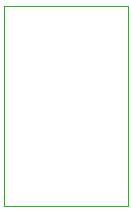
<source format=gm1>
G04 #@! TF.FileFunction,Profile,NP*
%FSLAX46Y46*%
G04 Gerber Fmt 4.6, Leading zero omitted, Abs format (unit mm)*
G04 Created by KiCad (PCBNEW 4.0.7) date 02/04/18 18:28:48*
%MOMM*%
%LPD*%
G01*
G04 APERTURE LIST*
%ADD10C,0.100000*%
G04 APERTURE END LIST*
D10*
X-3200Y16991300D02*
X-3200Y-8700D01*
X10496800Y16991300D02*
X-3200Y16991300D01*
X10496800Y-8700D02*
X10496800Y16991300D01*
X-3200Y-8700D02*
X10496800Y-8700D01*
M02*

</source>
